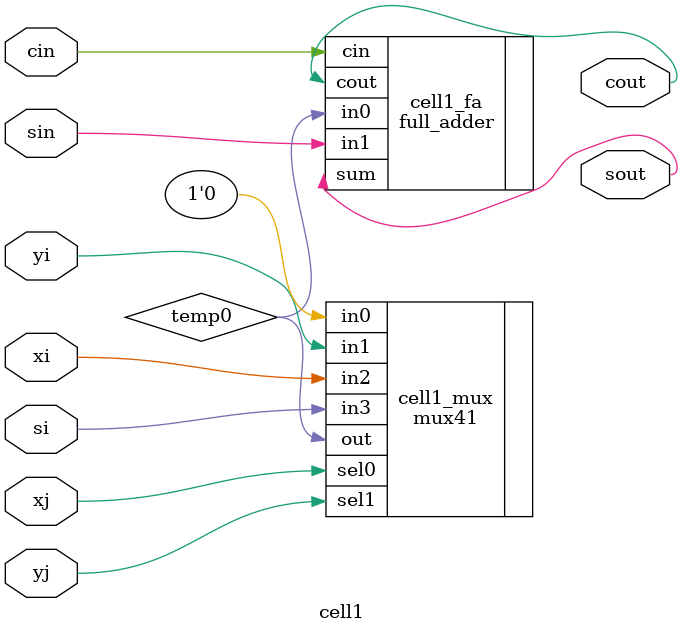
<source format=v>
`timescale 1ns/1ns

module cell1(input  wire xj, yj, sin, cin, xi, yi, si,
             output wire cout, sout);

    parameter delay = 0.05;

    wire temp0;
    mux41      cell1_mux (.in0(1'b0), .in1(yi), .in2(xi), .in3(si), .sel0(xj), .sel1(yj), .out(temp0));
    full_adder cell1_fa  (.in0(temp0), .in1(sin), .cin(cin), .sum(sout), .cout(cout));

endmodule

</source>
